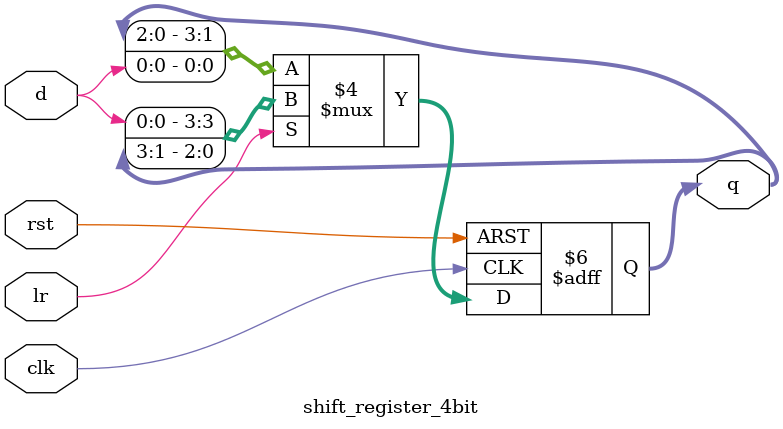
<source format=v>
module shift_register_4bit(
   input clk, rst, d,lr,
   output reg [3:0] q
   );

always @(posedge clk or posedge rst) begin
   if(rst)
      q <= 4'b0000;
   else
      if (lr==0)        //shift left
         q <= {q[2:0],d};
      else               //shift right
         q <= {d,q[3:1]};
end
endmodule

</source>
